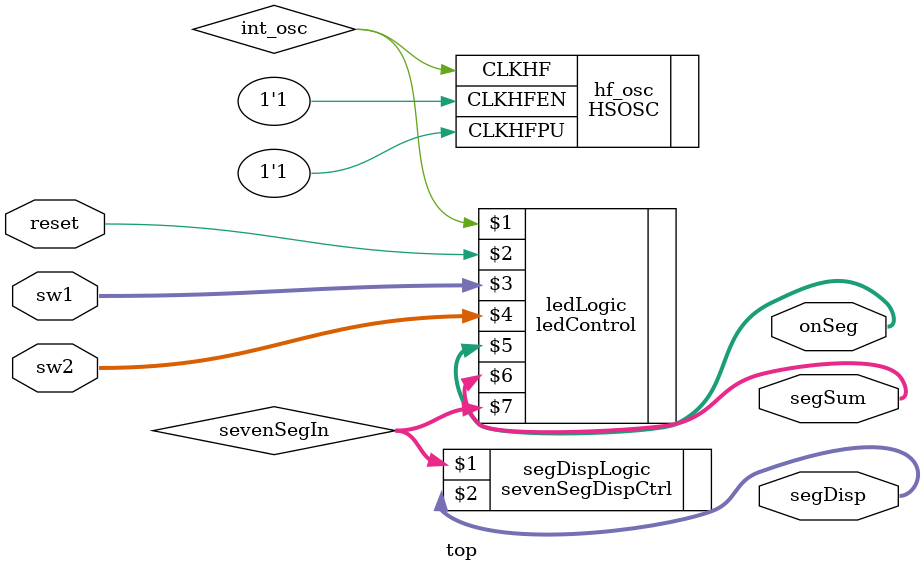
<source format=sv>


module top( 
        input logic reset,
        input logic [3:0] sw1, sw2,
        output logic [1:0] onSeg,
        output logic [4:0] segSum,
        output logic [6:0] segDisp);

        // Internal Logic
        logic [3:0] sevenSegIn;
        logic int_osc;
        
        // Internal high-speed oscillator
        HSOSC hf_osc (.CLKHFPU(1'b1), .CLKHFEN(1'b1), .CLKHF(int_osc)); // 48 MHz

        // Instantiate the LED control and time-multiplexing module
        ledControl ledLogic(int_osc, reset, sw1, sw2, onSeg, segSum, sevenSegIn);

        // Instantiate module to control 7-segment display
        sevenSegDispCtrl segDispLogic(sevenSegIn, segDisp);

endmodule

</source>
